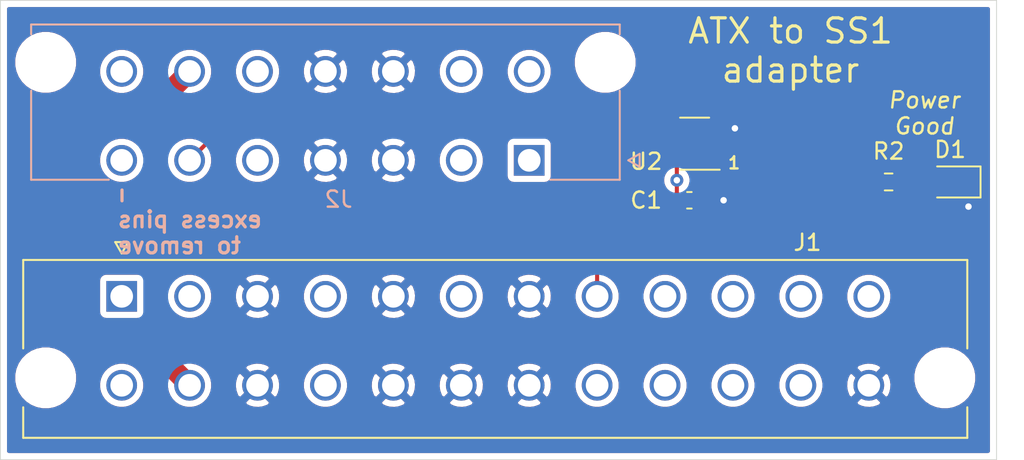
<source format=kicad_pcb>
(kicad_pcb (version 20171130) (host pcbnew "(5.0.2-5)-5")
  (layers (0 F.Cu signal) (1 In1.Cu signal) (2 In2.Cu signal) (31 B.Cu signal) (34 B.Paste user) (35 F.Paste user) (36 B.SilkS user) (37 F.SilkS user) (38 B.Mask user) (39 F.Mask user) (44 Edge.Cuts user))
  (net 0 "")
  (net 1 GND)
  (net 2 +5V)
  (net 3 ~PS-ON)
  (net 4 -12V)
  (net 5 +12V)
  (net 6 +5VD)
  (net 7 PGOOD)
  (net 8 "Net-(J1-Pad13)")
  (net 9 "Net-(J1-Pad12)")
  (net 10 "Net-(J1-Pad2)")
  (net 11 "Net-(J1-Pad1)")
  (net 12 "Net-(D1-Pad2)")
  (net 13 "Net-(J1-Pad20)")
  (net 14 PWRONRST)
  (net 15 "Net-(J2-Pad7)")
  (net 16 "Net-(J2-Pad14)")
  (module MOLEX_15247140 (layer B.Cu) (at 122.7 119.89 180)
    (fp_text reference J2 (at 11.79 -2.41 180) (layer B.SilkS) (effects (justify mirror)))
    (fp_text value 15247140)
    (fp_line (start -6.83 0.4) (end -6.83 -0.4) (layer B.SilkS) (width 0.127))
    (fp_line (start -6.83 -0.4) (end -6.13 0) (layer B.SilkS) (width 0.127))
    (fp_line (start -6.13 0) (end -6.83 0.4) (layer B.SilkS) (width 0.127))
    (fp_line (start -5.6 8.4) (end 30.8 8.4) (layer B.SilkS) (width 0.127))
    (fp_line (start 30.8 8.4) (end 30.8 7.8) (layer B.SilkS) (width 0.127))
    (fp_line (start 30.8 4.3) (end 30.8 -1.2) (layer B.SilkS) (width 0.127))
    (fp_line (start 30.8 -1.2) (end 26 -1.2) (layer B.SilkS) (width 0.127))
    (fp_line (start -1.3 -1.2) (end -5.6 -1.2) (layer B.SilkS) (width 0.127))
    (fp_line (start -5.6 8.4) (end -5.6 7.8) (layer B.SilkS) (width 0.127))
    (fp_line (start -5.6 4.3) (end -5.6 -1.2) (layer B.SilkS) (width 0.127))
    (pad 1 thru_hole rect (at 0 0 180) (size 1.9 1.9) (drill 1.4) (layers *.Cu) (net 2 +5V))
    (pad 2 thru_hole circle (at 4.2 0 180) (size 1.9 1.9) (drill 1.4) (layers *.Cu) (net 2 +5V))
    (pad None np_thru_hole circle (at -4.7 6.06 180) (size 3 3) (drill 3) (layers *.Cu *.Mask))
    (pad 8 thru_hole circle (at 0 5.5 180) (size 1.9 1.9) (drill 1.4) (layers *.Cu) (net 2 +5V))
    (pad 9 thru_hole circle (at 4.2 5.5 180) (size 1.9 1.9) (drill 1.4) (layers *.Cu) (net 2 +5V))
    (pad None np_thru_hole circle (at 29.9 6.06 180) (size 3 3) (drill 3) (layers *.Cu *.Mask))
    (pad 3 thru_hole circle (at 8.4 0 180) (size 1.9 1.9) (drill 1.4) (layers *.Cu) (net 1 GND))
    (pad 4 thru_hole circle (at 12.6 0 180) (size 1.9 1.9) (drill 1.4) (layers *.Cu) (net 1 GND))
    (pad 5 thru_hole circle (at 16.8 0 180) (size 1.9 1.9) (drill 1.4) (layers *.Cu) (net 5 +12V))
    (pad 6 thru_hole circle (at 21 0 180) (size 1.9 1.9) (drill 1.4) (layers *.Cu) (net 14 PWRONRST))
    (pad 7 thru_hole circle (at 25.2 0 180) (size 1.9 1.9) (drill 1.4) (layers *.Cu) (net 15 "Net-(J2-Pad7)"))
    (pad 10 thru_hole circle (at 8.4 5.5 180) (size 1.9 1.9) (drill 1.4) (layers *.Cu) (net 1 GND))
    (pad 11 thru_hole circle (at 12.6 5.5 180) (size 1.9 1.9) (drill 1.4) (layers *.Cu) (net 1 GND))
    (pad 12 thru_hole circle (at 16.8 5.5 180) (size 1.9 1.9) (drill 1.4) (layers *.Cu) (net 5 +12V))
    (pad 13 thru_hole circle (at 21 5.5 180) (size 1.9 1.9) (drill 1.4) (layers *.Cu) (net 4 -12V))
    (pad 14 thru_hole circle (at 25.2 5.5 180) (size 1.9 1.9) (drill 1.4) (layers *.Cu) (net 16 "Net-(J2-Pad14)"))
  )
  (module Resistor_SMD:R_0603_1608Metric (layer F.Cu) (at 144.92578 121.226862)
    (fp_text reference R2 (at 0 -1.9 -180) (layer F.SilkS))
    (fp_text value 1k)
    (fp_line (start -0.237258 -0.5225) (end 0.237258 -0.5225) (layer F.SilkS) (width 0.12))
    (fp_line (start -0.237258 0.5225) (end 0.237258 0.5225) (layer F.SilkS) (width 0.12))
    (pad 2 smd roundrect (at 0.825 0) (size 0.8 0.95) (layers F.Cu F.Paste F.Mask) (net 12 "Net-(D1-Pad2)"))
    (pad 1 smd roundrect (at -0.825 0) (size 0.8 0.95) (layers F.Cu F.Paste F.Mask) (net 7 PGOOD))
  )
  (module SS1_ATX:MOLEX_39299246 (layer F.Cu) (at 97.5 128.3 180)
    (fp_text reference J1 (at -42.41 3.33 180) (layer F.SilkS))
    (fp_text value 39299246)
    (fp_line (start -0.4 3.354) (end 0.4 3.354) (layer F.SilkS) (width 0.127))
    (fp_line (start 0.4 3.354) (end 0 2.654) (layer F.SilkS) (width 0.127))
    (fp_line (start 0 2.654) (end -0.4 3.354) (layer F.SilkS) (width 0.127))
    (fp_line (start -52.29 -6.86) (end -52.29 -8.75) (layer F.SilkS) (width 0.127))
    (fp_line (start -52.29 2.25) (end -52.29 -3.22) (layer F.SilkS) (width 0.127))
    (fp_line (start 6.09 -8.75) (end 6.09 -6.86) (layer F.SilkS) (width 0.127))
    (fp_line (start 6.09 2.25) (end 6.09 -3.22) (layer F.SilkS) (width 0.127))
    (fp_line (start -52.29 -8.75) (end 6.09 -8.75) (layer F.SilkS) (width 0.127))
    (fp_line (start 6.09 2.25) (end -52.29 2.25) (layer F.SilkS) (width 0.127))
    (pad None np_thru_hole circle (at 4.7 -5.04 180) (size 3 3) (drill 3) (layers *.Cu *.Mask))
    (pad None np_thru_hole circle (at -50.9 -5.04 180) (size 3 3) (drill 3) (layers *.Cu *.Mask))
    (pad 24 thru_hole circle (at -46.2 -5.5 180) (size 1.9 1.9) (drill 1.4) (layers *.Cu) (net 1 GND))
    (pad 23 thru_hole circle (at -42 -5.5 180) (size 1.9 1.9) (drill 1.4) (layers *.Cu) (net 2 +5V))
    (pad 22 thru_hole circle (at -37.8 -5.5 180) (size 1.9 1.9) (drill 1.4) (layers *.Cu) (net 2 +5V))
    (pad 21 thru_hole circle (at -33.6 -5.5 180) (size 1.9 1.9) (drill 1.4) (layers *.Cu) (net 2 +5V))
    (pad 20 thru_hole circle (at -29.4 -5.5 180) (size 1.9 1.9) (drill 1.4) (layers *.Cu) (net 13 "Net-(J1-Pad20)"))
    (pad 19 thru_hole circle (at -25.2 -5.5 180) (size 1.9 1.9) (drill 1.4) (layers *.Cu) (net 1 GND))
    (pad 18 thru_hole circle (at -21 -5.5 180) (size 1.9 1.9) (drill 1.4) (layers *.Cu) (net 1 GND))
    (pad 17 thru_hole circle (at -16.8 -5.5 180) (size 1.9 1.9) (drill 1.4) (layers *.Cu) (net 1 GND))
    (pad 16 thru_hole circle (at -12.6 -5.5 180) (size 1.9 1.9) (drill 1.4) (layers *.Cu) (net 3 ~PS-ON))
    (pad 15 thru_hole circle (at -8.4 -5.5 180) (size 1.9 1.9) (drill 1.4) (layers *.Cu) (net 1 GND))
    (pad 14 thru_hole circle (at -4.2 -5.5 180) (size 1.9 1.9) (drill 1.4) (layers *.Cu) (net 4 -12V))
    (pad 13 thru_hole circle (at 0 -5.5 180) (size 1.9 1.9) (drill 1.4) (layers *.Cu) (net 8 "Net-(J1-Pad13)"))
    (pad 12 thru_hole circle (at -46.2 0 180) (size 1.9 1.9) (drill 1.4) (layers *.Cu) (net 9 "Net-(J1-Pad12)"))
    (pad 11 thru_hole circle (at -42 0 180) (size 1.9 1.9) (drill 1.4) (layers *.Cu) (net 5 +12V))
    (pad 10 thru_hole circle (at -37.8 0 180) (size 1.9 1.9) (drill 1.4) (layers *.Cu) (net 5 +12V))
    (pad 9 thru_hole circle (at -33.6 0 180) (size 1.9 1.9) (drill 1.4) (layers *.Cu) (net 6 +5VD))
    (pad 8 thru_hole circle (at -29.4 0 180) (size 1.9 1.9) (drill 1.4) (layers *.Cu) (net 7 PGOOD))
    (pad 7 thru_hole circle (at -25.2 0 180) (size 1.9 1.9) (drill 1.4) (layers *.Cu) (net 1 GND))
    (pad 6 thru_hole circle (at -21 0 180) (size 1.9 1.9) (drill 1.4) (layers *.Cu) (net 2 +5V))
    (pad 5 thru_hole circle (at -16.8 0 180) (size 1.9 1.9) (drill 1.4) (layers *.Cu) (net 1 GND))
    (pad 4 thru_hole circle (at -12.6 0 180) (size 1.9 1.9) (drill 1.4) (layers *.Cu) (net 2 +5V))
    (pad 3 thru_hole circle (at -8.4 0 180) (size 1.9 1.9) (drill 1.4) (layers *.Cu) (net 1 GND))
    (pad 2 thru_hole circle (at -4.2 0 180) (size 1.9 1.9) (drill 1.4) (layers *.Cu) (net 10 "Net-(J1-Pad2)"))
    (pad 1 thru_hole rect (at 0 0 180) (size 1.9 1.9) (drill 1.4) (layers *.Cu) (net 11 "Net-(J1-Pad1)"))
  )
  (module LED_SMD:LED_0805_2012Metric (layer F.Cu) (at 148.92578 121.226862 180)
    (fp_text reference D1 (at 0.2 2 180) (layer F.SilkS))
    (fp_text value "Red Led")
    (fp_line (start 1 -0.96) (end -1.685 -0.96) (layer F.SilkS) (width 0.12))
    (fp_line (start -1.685 -0.96) (end -1.685 0.96) (layer F.SilkS) (width 0.12))
    (fp_line (start -1.685 0.96) (end 1 0.96) (layer F.SilkS) (width 0.12))
    (pad 2 smd roundrect (at 0.9375 0 180) (size 0.975 1.4) (layers F.Cu F.Paste F.Mask) (net 12 "Net-(D1-Pad2)"))
    (pad 1 smd roundrect (at -0.9375 0 180) (size 0.975 1.4) (layers F.Cu F.Paste F.Mask) (net 1 GND))
  )
  (module Package_TO_SOT_SMD:SOT-23-5 (layer F.Cu) (at 132.93 118.86 180)
    (fp_text reference U2 (at 3 -1.1) (layer F.SilkS))
    (fp_text value 74LVC1G06)
    (fp_line (start -0.9 1.61) (end 0.9 1.61) (layer F.SilkS) (width 0.12))
    (fp_line (start 0.9 -1.61) (end -1.55 -1.61) (layer F.SilkS) (width 0.12))
    (pad 5 smd rect (at 1.1 -0.95 180) (size 1.06 0.65) (layers F.Cu F.Paste F.Mask) (net 2 +5V))
    (pad 4 smd rect (at 1.1 0.95 180) (size 1.06 0.65) (layers F.Cu F.Paste F.Mask) (net 14 PWRONRST))
    (pad 3 smd rect (at -1.1 0.95 180) (size 1.06 0.65) (layers F.Cu F.Paste F.Mask) (net 1 GND))
    (pad 2 smd rect (at -1.1 0 180) (size 1.06 0.65) (layers F.Cu F.Paste F.Mask) (net 7 PGOOD))
    (pad 1 smd rect (at -1.1 -0.95 180) (size 1.06 0.65) (layers F.Cu F.Paste F.Mask))
  )
  (module Capacitor_SMD:C_0603_1608Metric (layer F.Cu) (at 132.605 122.36 180)
    (fp_text reference C1 (at 2.675 0) (layer F.SilkS))
    (fp_text value "100 nF")
    (fp_line (start -0.14058 -0.51) (end 0.14058 -0.51) (layer F.SilkS) (width 0.12))
    (fp_line (start -0.14058 0.51) (end 0.14058 0.51) (layer F.SilkS) (width 0.12))
    (pad 2 smd roundrect (at 0.775 0 180) (size 0.9 0.95) (layers F.Cu F.Paste F.Mask) (net 2 +5V))
    (pad 1 smd roundrect (at -0.775 0 180) (size 0.9 0.95) (layers F.Cu F.Paste F.Mask) (net 1 GND))
  )
  (gr_text 1 (at 135.37 120.05) (layer F.SilkS) (effects (font (size 0.75 0.75))))
  (gr_text "ı\nexcess pins\nto remove" (at 97.15 123.55) (layer B.SilkS) (effects (font (size 1 1) (thickness 0.2)) (justify right mirror)))
  (gr_text "ATX to SS1\nadapter" (at 138.86 113.1) (layer F.SilkS) (effects (font (size 1.5 1.5) (thickness 0.2))))
  (gr_text "Power\nGood" (at 147.13 116.97) (layer F.SilkS) (effects (font (size 1 1) (thickness 0.15) italic)))
  (gr_line (start 90 138.4) (end 90 110) (layer Edge.Cuts) (width 0.05))
  (gr_line (start 151.6 138.4) (end 90 138.4) (layer Edge.Cuts) (width 0.05))
  (gr_line (start 151.6 110) (end 151.6 138.4) (layer Edge.Cuts) (width 0.05))
  (gr_line (start 90 110) (end 151.6 110) (layer Edge.Cuts) (width 0.05))
  (segment (start 133.38 122.36) (end 134.72 122.36) (width 0.25) (layer F.Cu) (net 1))
  (segment (start 134.03 117.91) (end 135.42 117.91) (width 0.25) (layer F.Cu) (net 1))
  (via (at 134.72 122.36) (size 0.8) (drill 0.4) (layers F.Cu B.Cu) (net 1))
  (via (at 135.42 117.91) (size 0.8) (drill 0.4) (layers F.Cu B.Cu) (net 1))
  (segment (start 149.86328 121.226862) (end 149.86328 122.75) (width 0.25) (layer F.Cu) (net 1))
  (via (at 149.86328 122.75) (size 0.8) (drill 0.4) (layers F.Cu B.Cu) (net 1))
  (segment (start 131.83 120.385) (end 131.83 121.12) (width 0.25) (layer F.Cu) (net 2))
  (segment (start 131.83 119.81) (end 131.83 120.385) (width 0.25) (layer F.Cu) (net 2))
  (segment (start 131.83 121.12) (end 131.83 122.36) (width 0.25) (layer F.Cu) (net 2))
  (via (at 131.83 121.12) (size 0.8) (drill 0.4) (layers F.Cu B.Cu) (net 2))
  (segment (start 101.7 133.8) (end 99.64 131.74) (width 1.25) (layer F.Cu) (net 4))
  (segment (start 99.64 131.74) (end 99.64 116.45) (width 1.25) (layer F.Cu) (net 4))
  (segment (start 99.64 116.45) (end 101.7 114.39) (width 1.25) (layer F.Cu) (net 4))
  (segment (start 126.9 128.3) (end 126.9 122.61) (width 0.25) (layer F.Cu) (net 7))
  (segment (start 130.65 118.86) (end 134.03 118.86) (width 0.25) (layer F.Cu) (net 7))
  (segment (start 126.9 122.61) (end 130.65 118.86) (width 0.25) (layer F.Cu) (net 7))
  (segment (start 134.03 118.86) (end 142.59 118.86) (width 0.25) (layer F.Cu) (net 7))
  (segment (start 144.10078 120.37078) (end 144.10078 121.226862) (width 0.25) (layer F.Cu) (net 7))
  (segment (start 142.59 118.86) (end 144.10078 120.37078) (width 0.25) (layer F.Cu) (net 7))
  (segment (start 145.75078 121.226862) (end 147.98828 121.226862) (width 0.25) (layer F.Cu) (net 12))
  (segment (start 103.68 117.91) (end 101.7 119.89) (width 0.25) (layer F.Cu) (net 14))
  (segment (start 131.83 117.91) (end 103.68 117.91) (width 0.25) (layer F.Cu) (net 14))
  (zone (net 1) (net_name GND) (layer B.Cu) (connect_pads (clearance 0.384)) (min_thickness 0.254) (fill yes (arc_segments 32) (thermal_gap 0.384) (thermal_bridge_width 0.508))
    (polygon (pts (xy 151.6 138.4) (xy 90 138.4) (xy 90 110) (xy 151.6 110)))
  )
  (zone (net 1) (net_name GND) (layer F.Cu) (connect_pads (clearance 0.384)) (min_thickness 0.254) (fill yes (arc_segments 32) (thermal_gap 0.384) (thermal_bridge_width 0.508))
    (polygon (pts (xy 151.6 138.4) (xy 90 138.4) (xy 90 110) (xy 151.6 110)))
  )
)
</source>
